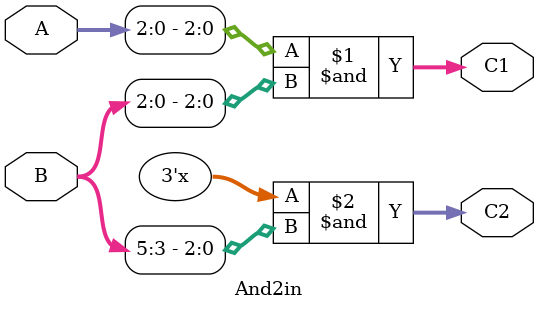
<source format=v>
module And2in (A,B,C1,C2);

input   [5:0] A  ;
input   [5:0] B ;
output  [2:0] C1 ;
output  [2:0] C2 ;

assign  C1 = A[0+:3] & B[0+:3] ;
assign  C2 = A[-3+:3] & B[3+:3] ;

endmodule

</source>
